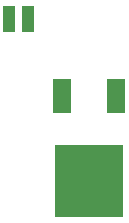
<source format=gbr>
%TF.GenerationSoftware,KiCad,Pcbnew,5.1.8-db9833491~87~ubuntu20.04.1*%
%TF.CreationDate,2020-11-29T22:55:04+09:00*%
%TF.ProjectId,Faston_and_Sun_LED-PCB,46617374-6f6e-45f6-916e-645f53756e5f,V1.0.1*%
%TF.SameCoordinates,Original*%
%TF.FileFunction,Paste,Top*%
%TF.FilePolarity,Positive*%
%FSLAX46Y46*%
G04 Gerber Fmt 4.6, Leading zero omitted, Abs format (unit mm)*
G04 Created by KiCad (PCBNEW 5.1.8-db9833491~87~ubuntu20.04.1) date 2020-11-29 22:55:04*
%MOMM*%
%LPD*%
G01*
G04 APERTURE LIST*
%ADD10R,1.000000X2.270000*%
%ADD11R,1.600000X3.000000*%
%ADD12R,5.800000X6.200000*%
G04 APERTURE END LIST*
D10*
%TO.C,D1*%
X161700000Y-86405000D03*
X163300000Y-86405000D03*
%TD*%
D11*
%TO.C,U1*%
X166220520Y-92952110D03*
X170780520Y-92952110D03*
D12*
X168500519Y-100132110D03*
%TD*%
M02*

</source>
